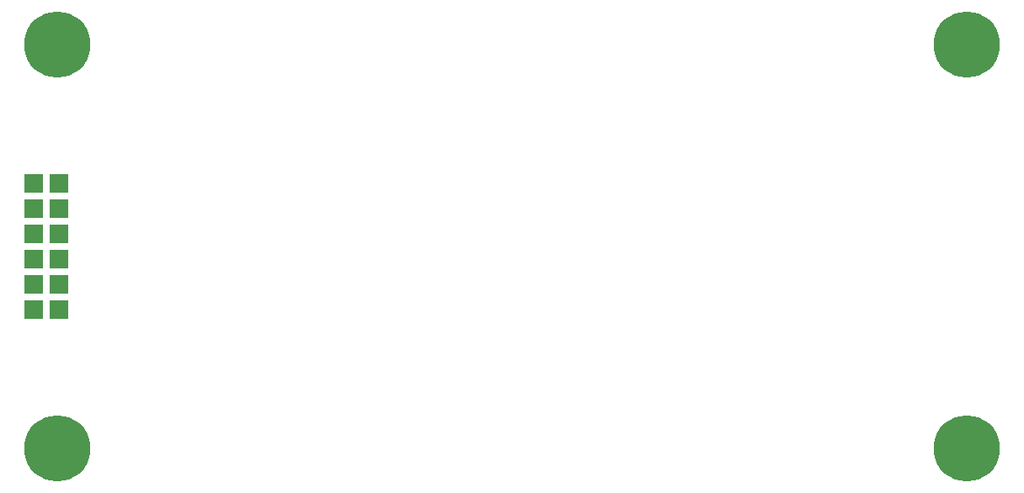
<source format=gbr>
G75*
G70*
%OFA0B0*%
%FSLAX24Y24*%
%IPPOS*%
%LPD*%
%AMOC8*
5,1,8,0,0,1.08239X$1,22.5*
%
%ADD10R,0.0730X0.0730*%
%ADD11C,0.2620*%
D10*
X000900Y007650D03*
X001900Y007650D03*
X001900Y008650D03*
X000900Y008650D03*
X000900Y009650D03*
X001900Y009650D03*
X001900Y010650D03*
X000900Y010650D03*
X000900Y011650D03*
X001900Y011650D03*
X001900Y012650D03*
X000900Y012650D03*
D11*
X001835Y002150D03*
X001835Y018150D03*
X037835Y018150D03*
X037835Y002150D03*
M02*

</source>
